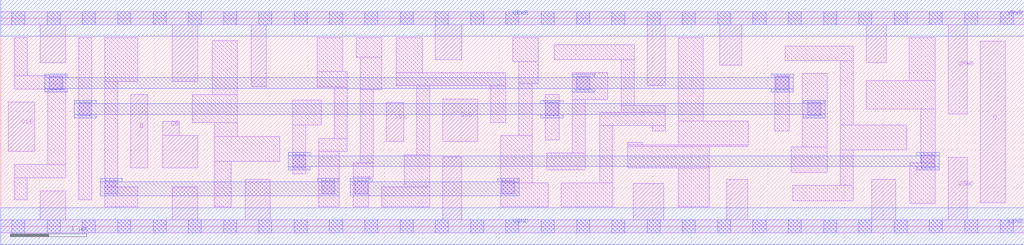
<source format=lef>
# Copyright 2020 The SkyWater PDK Authors
#
# Licensed under the Apache License, Version 2.0 (the "License");
# you may not use this file except in compliance with the License.
# You may obtain a copy of the License at
#
#     https://www.apache.org/licenses/LICENSE-2.0
#
# Unless required by applicable law or agreed to in writing, software
# distributed under the License is distributed on an "AS IS" BASIS,
# WITHOUT WARRANTIES OR CONDITIONS OF ANY KIND, either express or implied.
# See the License for the specific language governing permissions and
# limitations under the License.
#
# SPDX-License-Identifier: Apache-2.0

VERSION 5.7 ;
  NAMESCASESENSITIVE ON ;
  NOWIREEXTENSIONATPIN ON ;
  DIVIDERCHAR "/" ;
  BUSBITCHARS "[]" ;
UNITS
  DATABASE MICRONS 200 ;
END UNITS
MACRO sky130_fd_sc_hd__sedfxtp_1
  CLASS CORE ;
  SOURCE USER ;
  FOREIGN sky130_fd_sc_hd__sedfxtp_1 ;
  ORIGIN  0.000000  0.000000 ;
  SIZE  13.34000 BY  2.720000 ;
  SYMMETRY X Y R90 ;
  SITE unithd ;
  PIN D
    ANTENNAGATEAREA  0.159000 ;
    DIRECTION INPUT ;
    USE SIGNAL ;
    PORT
      LAYER li1 ;
        RECT 1.695000 0.765000 1.915000 1.720000 ;
    END
  END D
  PIN DE
    ANTENNAGATEAREA  0.318000 ;
    DIRECTION INPUT ;
    USE SIGNAL ;
    PORT
      LAYER li1 ;
        RECT 2.110000 0.765000 2.565000 1.185000 ;
        RECT 2.110000 1.185000 2.325000 1.370000 ;
    END
  END DE
  PIN Q
    ANTENNADIFFAREA  0.462000 ;
    DIRECTION OUTPUT ;
    USE SIGNAL ;
    PORT
      LAYER li1 ;
        RECT 12.765000 0.305000 13.095000 2.420000 ;
    END
  END Q
  PIN SCD
    ANTENNAGATEAREA  0.159000 ;
    DIRECTION INPUT ;
    USE SIGNAL ;
    PORT
      LAYER li1 ;
        RECT 5.760000 1.105000 6.215000 1.665000 ;
    END
  END SCD
  PIN SCE
    ANTENNAGATEAREA  0.318000 ;
    DIRECTION INPUT ;
    USE SIGNAL ;
    PORT
      LAYER li1 ;
        RECT 5.025000 1.105000 5.250000 1.615000 ;
    END
  END SCE
  PIN CLK
    ANTENNAGATEAREA  0.159000 ;
    DIRECTION INPUT ;
    USE CLOCK ;
    PORT
      LAYER li1 ;
        RECT 0.095000 0.975000 0.445000 1.625000 ;
    END
  END CLK
  PIN VGND
    DIRECTION INOUT ;
    SHAPE ABUTMENT ;
    USE GROUND ;
    PORT
      LAYER li1 ;
        RECT  0.000000 -0.085000 13.340000 0.085000 ;
        RECT  0.515000  0.085000  0.845000 0.465000 ;
        RECT  2.235000  0.085000  2.565000 0.515000 ;
        RECT  3.185000  0.085000  3.515000 0.610000 ;
        RECT  5.760000  0.085000  6.010000 0.905000 ;
        RECT  8.245000  0.085000  8.640000 0.560000 ;
        RECT  9.465000  0.085000  9.740000 0.615000 ;
        RECT 11.350000  0.085000 11.665000 0.615000 ;
        RECT 12.350000  0.085000 12.595000 0.900000 ;
      LAYER mcon ;
        RECT  0.145000 -0.085000  0.315000 0.085000 ;
        RECT  0.605000 -0.085000  0.775000 0.085000 ;
        RECT  1.065000 -0.085000  1.235000 0.085000 ;
        RECT  1.525000 -0.085000  1.695000 0.085000 ;
        RECT  1.985000 -0.085000  2.155000 0.085000 ;
        RECT  2.445000 -0.085000  2.615000 0.085000 ;
        RECT  2.905000 -0.085000  3.075000 0.085000 ;
        RECT  3.365000 -0.085000  3.535000 0.085000 ;
        RECT  3.825000 -0.085000  3.995000 0.085000 ;
        RECT  4.285000 -0.085000  4.455000 0.085000 ;
        RECT  4.745000 -0.085000  4.915000 0.085000 ;
        RECT  5.205000 -0.085000  5.375000 0.085000 ;
        RECT  5.665000 -0.085000  5.835000 0.085000 ;
        RECT  6.125000 -0.085000  6.295000 0.085000 ;
        RECT  6.585000 -0.085000  6.755000 0.085000 ;
        RECT  7.045000 -0.085000  7.215000 0.085000 ;
        RECT  7.505000 -0.085000  7.675000 0.085000 ;
        RECT  7.965000 -0.085000  8.135000 0.085000 ;
        RECT  8.425000 -0.085000  8.595000 0.085000 ;
        RECT  8.885000 -0.085000  9.055000 0.085000 ;
        RECT  9.345000 -0.085000  9.515000 0.085000 ;
        RECT  9.805000 -0.085000  9.975000 0.085000 ;
        RECT 10.265000 -0.085000 10.435000 0.085000 ;
        RECT 10.725000 -0.085000 10.895000 0.085000 ;
        RECT 11.185000 -0.085000 11.355000 0.085000 ;
        RECT 11.645000 -0.085000 11.815000 0.085000 ;
        RECT 12.105000 -0.085000 12.275000 0.085000 ;
        RECT 12.565000 -0.085000 12.735000 0.085000 ;
        RECT 13.025000 -0.085000 13.195000 0.085000 ;
      LAYER met1 ;
        RECT 0.000000 -0.240000 13.340000 0.240000 ;
    END
  END VGND
  PIN VPWR
    DIRECTION INOUT ;
    SHAPE ABUTMENT ;
    USE POWER ;
    PORT
      LAYER li1 ;
        RECT  0.000000 2.635000 13.340000 2.805000 ;
        RECT  0.515000 2.135000  0.845000 2.635000 ;
        RECT  2.235000 1.890000  2.565000 2.635000 ;
        RECT  3.265000 1.825000  3.460000 2.635000 ;
        RECT  5.665000 2.175000  6.010000 2.635000 ;
        RECT  8.425000 1.835000  8.660000 2.635000 ;
        RECT  9.370000 2.105000  9.660000 2.635000 ;
        RECT 11.280000 2.135000 11.540000 2.635000 ;
        RECT 12.350000 1.465000 12.595000 2.635000 ;
      LAYER mcon ;
        RECT  0.145000 2.635000  0.315000 2.805000 ;
        RECT  0.605000 2.635000  0.775000 2.805000 ;
        RECT  1.065000 2.635000  1.235000 2.805000 ;
        RECT  1.525000 2.635000  1.695000 2.805000 ;
        RECT  1.985000 2.635000  2.155000 2.805000 ;
        RECT  2.445000 2.635000  2.615000 2.805000 ;
        RECT  2.905000 2.635000  3.075000 2.805000 ;
        RECT  3.365000 2.635000  3.535000 2.805000 ;
        RECT  3.825000 2.635000  3.995000 2.805000 ;
        RECT  4.285000 2.635000  4.455000 2.805000 ;
        RECT  4.745000 2.635000  4.915000 2.805000 ;
        RECT  5.205000 2.635000  5.375000 2.805000 ;
        RECT  5.665000 2.635000  5.835000 2.805000 ;
        RECT  6.125000 2.635000  6.295000 2.805000 ;
        RECT  6.585000 2.635000  6.755000 2.805000 ;
        RECT  7.045000 2.635000  7.215000 2.805000 ;
        RECT  7.505000 2.635000  7.675000 2.805000 ;
        RECT  7.965000 2.635000  8.135000 2.805000 ;
        RECT  8.425000 2.635000  8.595000 2.805000 ;
        RECT  8.885000 2.635000  9.055000 2.805000 ;
        RECT  9.345000 2.635000  9.515000 2.805000 ;
        RECT  9.805000 2.635000  9.975000 2.805000 ;
        RECT 10.265000 2.635000 10.435000 2.805000 ;
        RECT 10.725000 2.635000 10.895000 2.805000 ;
        RECT 11.185000 2.635000 11.355000 2.805000 ;
        RECT 11.645000 2.635000 11.815000 2.805000 ;
        RECT 12.105000 2.635000 12.275000 2.805000 ;
        RECT 12.565000 2.635000 12.735000 2.805000 ;
        RECT 13.025000 2.635000 13.195000 2.805000 ;
      LAYER met1 ;
        RECT 0.000000 2.480000 13.340000 2.960000 ;
    END
  END VPWR
  OBS
    LAYER li1 ;
      RECT  0.175000 0.345000  0.345000 0.635000 ;
      RECT  0.175000 0.635000  0.845000 0.805000 ;
      RECT  0.175000 1.795000  0.845000 1.965000 ;
      RECT  0.175000 1.965000  0.345000 2.465000 ;
      RECT  0.615000 0.805000  0.845000 1.795000 ;
      RECT  1.015000 0.345000  1.185000 2.465000 ;
      RECT  1.355000 0.255000  1.785000 0.515000 ;
      RECT  1.355000 0.515000  1.525000 1.890000 ;
      RECT  1.355000 1.890000  1.785000 2.465000 ;
      RECT  2.495000 1.355000  3.085000 1.720000 ;
      RECT  2.755000 1.720000  3.085000 2.425000 ;
      RECT  2.780000 0.255000  3.005000 0.845000 ;
      RECT  2.780000 0.845000  3.635000 1.175000 ;
      RECT  2.780000 1.175000  3.085000 1.355000 ;
      RECT  3.805000 0.685000  3.975000 1.320000 ;
      RECT  3.805000 1.320000  4.175000 1.650000 ;
      RECT  4.125000 1.820000  4.515000 2.020000 ;
      RECT  4.125000 2.020000  4.455000 2.465000 ;
      RECT  4.145000 0.255000  4.415000 0.980000 ;
      RECT  4.145000 0.980000  4.515000 1.150000 ;
      RECT  4.345000 1.150000  4.515000 1.820000 ;
      RECT  4.595000 0.255000  4.795000 0.645000 ;
      RECT  4.595000 0.645000  4.855000 0.825000 ;
      RECT  4.635000 2.210000  4.965000 2.465000 ;
      RECT  4.685000 0.825000  4.855000 1.785000 ;
      RECT  4.685000 1.785000  4.965000 2.210000 ;
      RECT  4.965000 0.255000  5.590000 0.515000 ;
      RECT  5.155000 1.835000  6.585000 2.005000 ;
      RECT  5.155000 2.005000  5.495000 2.465000 ;
      RECT  5.260000 0.515000  5.590000 0.935000 ;
      RECT  5.420000 0.935000  5.590000 1.835000 ;
      RECT  6.385000 1.355000  6.585000 1.835000 ;
      RECT  6.515000 0.255000  7.135000 0.565000 ;
      RECT  6.515000 0.565000  6.925000 1.185000 ;
      RECT  6.675000 2.150000  7.005000 2.465000 ;
      RECT  6.755000 1.185000  6.925000 1.865000 ;
      RECT  6.755000 1.865000  7.005000 2.150000 ;
      RECT  7.095000 1.125000  7.280000 1.720000 ;
      RECT  7.115000 0.735000  7.620000 0.955000 ;
      RECT  7.215000 2.175000  8.255000 2.375000 ;
      RECT  7.305000 0.255000  7.980000 0.565000 ;
      RECT  7.450000 0.955000  7.620000 1.655000 ;
      RECT  7.450000 1.655000  7.915000 2.005000 ;
      RECT  7.810000 0.565000  7.980000 1.315000 ;
      RECT  7.810000 1.315000  8.660000 1.485000 ;
      RECT  8.085000 1.485000  8.660000 1.575000 ;
      RECT  8.085000 1.575000  8.255000 2.175000 ;
      RECT  8.170000 0.765000  9.235000 1.045000 ;
      RECT  8.170000 1.045000  9.745000 1.065000 ;
      RECT  8.170000 1.065000  8.370000 1.095000 ;
      RECT  8.490000 1.245000  8.660000 1.315000 ;
      RECT  8.830000 0.255000  9.235000 0.765000 ;
      RECT  8.830000 1.065000  9.745000 1.375000 ;
      RECT  8.830000 1.375000  9.160000 2.465000 ;
      RECT 10.090000 1.245000 10.280000 1.965000 ;
      RECT 10.225000 2.165000 11.110000 2.355000 ;
      RECT 10.305000 0.705000 10.770000 1.035000 ;
      RECT 10.325000 0.330000 11.110000 0.535000 ;
      RECT 10.450000 1.035000 10.770000 1.995000 ;
      RECT 10.940000 0.535000 11.110000 0.995000 ;
      RECT 10.940000 0.995000 11.810000 1.325000 ;
      RECT 10.940000 1.325000 11.110000 2.165000 ;
      RECT 11.280000 1.530000 12.180000 1.905000 ;
      RECT 11.840000 1.905000 12.180000 2.465000 ;
      RECT 11.850000 0.300000 12.180000 0.825000 ;
      RECT 11.990000 0.825000 12.180000 1.530000 ;
    LAYER mcon ;
      RECT  0.635000 1.785000  0.805000 1.955000 ;
      RECT  1.015000 1.445000  1.185000 1.615000 ;
      RECT  1.355000 0.425000  1.525000 0.595000 ;
      RECT  3.805000 0.765000  3.975000 0.935000 ;
      RECT  4.185000 0.425000  4.355000 0.595000 ;
      RECT  4.615000 0.425000  4.785000 0.595000 ;
      RECT  6.530000 0.425000  6.700000 0.595000 ;
      RECT  7.100000 1.445000  7.270000 1.615000 ;
      RECT  7.510000 1.785000  7.680000 1.955000 ;
      RECT 10.100000 1.785000 10.270000 1.955000 ;
      RECT 10.520000 1.445000 10.690000 1.615000 ;
      RECT 12.000000 0.765000 12.170000 0.935000 ;
    LAYER met1 ;
      RECT  0.575000 1.755000  0.865000 1.800000 ;
      RECT  0.575000 1.800000 10.330000 1.940000 ;
      RECT  0.575000 1.940000  0.865000 1.985000 ;
      RECT  0.955000 1.415000  1.245000 1.460000 ;
      RECT  0.955000 1.460000 10.750000 1.600000 ;
      RECT  0.955000 1.600000  1.245000 1.645000 ;
      RECT  1.295000 0.395000  4.415000 0.580000 ;
      RECT  1.295000 0.580000  1.585000 0.625000 ;
      RECT  3.745000 0.735000  4.035000 0.780000 ;
      RECT  3.745000 0.780000 12.230000 0.920000 ;
      RECT  3.745000 0.920000  4.035000 0.965000 ;
      RECT  4.125000 0.580000  4.415000 0.625000 ;
      RECT  4.555000 0.395000  6.760000 0.580000 ;
      RECT  4.555000 0.580000  4.845000 0.625000 ;
      RECT  6.470000 0.580000  6.760000 0.625000 ;
      RECT  7.040000 1.415000  7.330000 1.460000 ;
      RECT  7.040000 1.600000  7.330000 1.645000 ;
      RECT  7.450000 1.755000  7.740000 1.800000 ;
      RECT  7.450000 1.940000  7.740000 1.985000 ;
      RECT 10.040000 1.755000 10.330000 1.800000 ;
      RECT 10.040000 1.940000 10.330000 1.985000 ;
      RECT 10.460000 1.415000 10.750000 1.460000 ;
      RECT 10.460000 1.600000 10.750000 1.645000 ;
      RECT 11.940000 0.735000 12.230000 0.780000 ;
      RECT 11.940000 0.920000 12.230000 0.965000 ;
  END
END sky130_fd_sc_hd__sedfxtp_1
END LIBRARY

</source>
